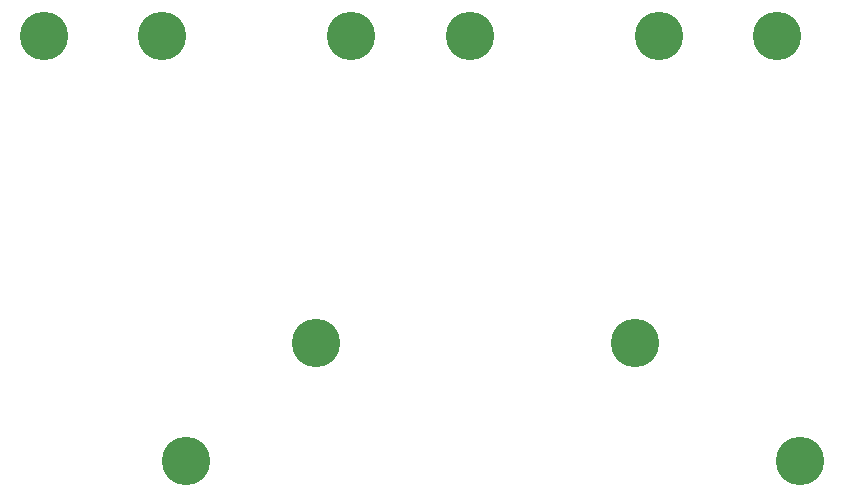
<source format=gbr>
%TF.GenerationSoftware,KiCad,Pcbnew,5.1.6-c6e7f7d~87~ubuntu20.04.1*%
%TF.CreationDate,2020-09-19T17:37:15+02:00*%
%TF.ProjectId,maxim-optimizer,6d617869-6d2d-46f7-9074-696d697a6572,rev?*%
%TF.SameCoordinates,PX3ef1480PY6acfc00*%
%TF.FileFunction,Soldermask,Bot*%
%TF.FilePolarity,Negative*%
%FSLAX46Y46*%
G04 Gerber Fmt 4.6, Leading zero omitted, Abs format (unit mm)*
G04 Created by KiCad (PCBNEW 5.1.6-c6e7f7d~87~ubuntu20.04.1) date 2020-09-19 17:37:15*
%MOMM*%
%LPD*%
G01*
G04 APERTURE LIST*
%ADD10C,4.100000*%
G04 APERTURE END LIST*
D10*
%TO.C,SP110*%
X21000000Y5000000D03*
%TD*%
%TO.C,SP109*%
X73000000Y5000000D03*
%TD*%
%TO.C,SP108*%
X32000000Y15000000D03*
%TD*%
%TO.C,SP107*%
X59000000Y15000000D03*
%TD*%
%TO.C,SP106*%
X19000000Y41000000D03*
%TD*%
%TO.C,SP105*%
X9000000Y41000000D03*
%TD*%
%TO.C,SP104*%
X45000000Y41000000D03*
%TD*%
%TO.C,SP103*%
X35000000Y41000000D03*
%TD*%
%TO.C,SP102*%
X71000000Y41000000D03*
%TD*%
%TO.C,SP101*%
X61000000Y41000000D03*
%TD*%
M02*

</source>
